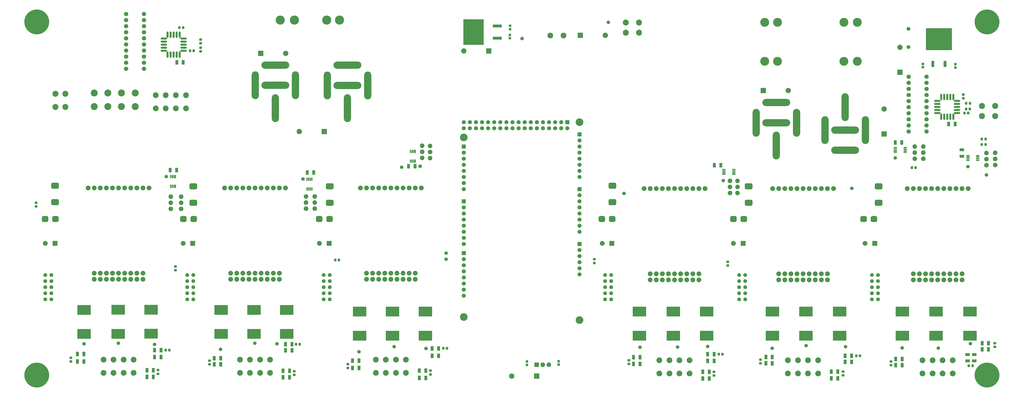
<source format=gts>
G04*
G04 #@! TF.GenerationSoftware,Altium Limited,Altium Designer,19.1.7 (138)*
G04*
G04 Layer_Color=8388736*
%FSLAX24Y24*%
%MOIN*%
G70*
G01*
G75*
G04:AMPARAMS|DCode=21|XSize=102.5mil|YSize=126.1mil|CornerRadius=27.6mil|HoleSize=0mil|Usage=FLASHONLY|Rotation=90.000|XOffset=0mil|YOffset=0mil|HoleType=Round|Shape=RoundedRectangle|*
%AMROUNDEDRECTD21*
21,1,0.1025,0.0709,0,0,90.0*
21,1,0.0472,0.1261,0,0,90.0*
1,1,0.0552,0.0354,0.0236*
1,1,0.0552,0.0354,-0.0236*
1,1,0.0552,-0.0354,-0.0236*
1,1,0.0552,-0.0354,0.0236*
%
%ADD21ROUNDEDRECTD21*%
G04:AMPARAMS|DCode=22|XSize=43.4mil|YSize=41.5mil|CornerRadius=12.4mil|HoleSize=0mil|Usage=FLASHONLY|Rotation=0.000|XOffset=0mil|YOffset=0mil|HoleType=Round|Shape=RoundedRectangle|*
%AMROUNDEDRECTD22*
21,1,0.0434,0.0167,0,0,0.0*
21,1,0.0187,0.0415,0,0,0.0*
1,1,0.0247,0.0094,-0.0084*
1,1,0.0247,-0.0094,-0.0084*
1,1,0.0247,-0.0094,0.0084*
1,1,0.0247,0.0094,0.0084*
%
%ADD22ROUNDEDRECTD22*%
%ADD23R,0.0513X0.0749*%
G04:AMPARAMS|DCode=24|XSize=43.4mil|YSize=41.5mil|CornerRadius=12.4mil|HoleSize=0mil|Usage=FLASHONLY|Rotation=90.000|XOffset=0mil|YOffset=0mil|HoleType=Round|Shape=RoundedRectangle|*
%AMROUNDEDRECTD24*
21,1,0.0434,0.0167,0,0,90.0*
21,1,0.0187,0.0415,0,0,90.0*
1,1,0.0247,0.0084,0.0094*
1,1,0.0247,0.0084,-0.0094*
1,1,0.0247,-0.0084,-0.0094*
1,1,0.0247,-0.0084,0.0094*
%
%ADD24ROUNDEDRECTD24*%
%ADD25O,0.0591X0.0199*%
%ADD26O,0.1064X0.0336*%
%ADD27O,0.0336X0.1064*%
G04:AMPARAMS|DCode=28|XSize=106.4mil|YSize=98.6mil|CornerRadius=26.6mil|HoleSize=0mil|Usage=FLASHONLY|Rotation=180.000|XOffset=0mil|YOffset=0mil|HoleType=Round|Shape=RoundedRectangle|*
%AMROUNDEDRECTD28*
21,1,0.1064,0.0453,0,0,180.0*
21,1,0.0531,0.0986,0,0,180.0*
1,1,0.0533,-0.0266,0.0226*
1,1,0.0533,0.0266,0.0226*
1,1,0.0533,0.0266,-0.0226*
1,1,0.0533,-0.0266,-0.0226*
%
%ADD28ROUNDEDRECTD28*%
%ADD29O,0.0199X0.0591*%
%ADD30R,0.1460X0.0474*%
%ADD31R,0.3379X0.4210*%
%ADD32R,0.0434X0.0395*%
%ADD33R,0.0749X0.0513*%
%ADD34R,0.2245X0.1596*%
%ADD35R,0.4273X0.3584*%
%ADD36R,0.0493X0.1025*%
%ADD37C,0.0580*%
%ADD38C,0.0631*%
%ADD39C,0.0789*%
%ADD40C,0.0710*%
%ADD41R,0.0867X0.0867*%
%ADD42C,0.0867*%
%ADD43O,0.1180X0.4580*%
%ADD44O,0.4580X0.1180*%
%ADD45R,0.0789X0.0789*%
%ADD46C,0.0986*%
%ADD47C,0.0749*%
%ADD48C,0.1143*%
%ADD49C,0.0080*%
%ADD50C,0.0946*%
%ADD51R,0.0867X0.0867*%
%ADD52C,0.1496*%
%ADD53C,0.4094*%
%ADD54C,0.1457*%
%ADD55C,0.0671*%
%ADD56R,0.0671X0.0671*%
%ADD57R,0.0671X0.0671*%
%ADD58R,0.0749X0.0749*%
%ADD59C,0.1261*%
D21*
X6000Y31050D02*
D03*
Y33750D02*
D03*
X28700Y30950D02*
D03*
Y33650D02*
D03*
X51100Y30950D02*
D03*
Y33650D02*
D03*
X119860D02*
D03*
Y30950D02*
D03*
X97500Y33750D02*
D03*
Y31050D02*
D03*
X141200Y33650D02*
D03*
Y30950D02*
D03*
D22*
X25750Y20485D02*
D03*
Y19875D02*
D03*
X29900Y57135D02*
D03*
Y57745D02*
D03*
Y55805D02*
D03*
Y56415D02*
D03*
X155090Y48105D02*
D03*
Y48715D02*
D03*
X2870Y30955D02*
D03*
Y30345D02*
D03*
X143210Y4895D02*
D03*
Y4285D02*
D03*
X160240Y7270D02*
D03*
Y7880D02*
D03*
X121800Y5185D02*
D03*
Y4575D02*
D03*
X135340Y2605D02*
D03*
Y3215D02*
D03*
X100170Y5085D02*
D03*
Y4475D02*
D03*
X114140Y2585D02*
D03*
Y3195D02*
D03*
X116430Y21255D02*
D03*
Y20645D02*
D03*
X94521Y21675D02*
D03*
Y21065D02*
D03*
X54040Y4435D02*
D03*
Y3825D02*
D03*
X67630Y2765D02*
D03*
Y3375D02*
D03*
X31340Y5025D02*
D03*
Y4415D02*
D03*
X45250Y2685D02*
D03*
Y3295D02*
D03*
X8590Y5495D02*
D03*
Y4885D02*
D03*
X22900Y2860D02*
D03*
Y3470D02*
D03*
D23*
X9649Y4890D02*
D03*
X10711D02*
D03*
X22132Y2360D02*
D03*
X21068D02*
D03*
X22132Y3460D02*
D03*
X21068D02*
D03*
X27032Y54030D02*
D03*
X25968D02*
D03*
X153751Y43870D02*
D03*
X152689D02*
D03*
X144972Y40850D02*
D03*
X143909D02*
D03*
X48451Y35930D02*
D03*
X47389D02*
D03*
X143979Y4290D02*
D03*
X145042D02*
D03*
X143979Y5290D02*
D03*
X145042D02*
D03*
X159232Y7900D02*
D03*
X158168D02*
D03*
X159232Y6900D02*
D03*
X158168D02*
D03*
X122669Y4580D02*
D03*
X123731D02*
D03*
X122669Y5630D02*
D03*
X123731D02*
D03*
X134472Y3228D02*
D03*
X133408D02*
D03*
X134472Y2110D02*
D03*
X133408D02*
D03*
X136742Y5830D02*
D03*
X135679D02*
D03*
X136742Y4830D02*
D03*
X135679D02*
D03*
X100939Y4480D02*
D03*
X102001D02*
D03*
X100939Y5580D02*
D03*
X102001D02*
D03*
X113371Y3190D02*
D03*
X112309D02*
D03*
X113371Y2090D02*
D03*
X112309D02*
D03*
X114181Y6080D02*
D03*
X113118D02*
D03*
X114181Y4980D02*
D03*
X113118D02*
D03*
X115281Y37120D02*
D03*
X114219D02*
D03*
X54809Y3830D02*
D03*
X55872D02*
D03*
X54809Y5030D02*
D03*
X55872D02*
D03*
X66862Y3370D02*
D03*
X65799D02*
D03*
X66862Y2170D02*
D03*
X65799D02*
D03*
X68952Y5810D02*
D03*
X67888D02*
D03*
X68952Y7010D02*
D03*
X67888D02*
D03*
X32109Y4420D02*
D03*
X33172D02*
D03*
X32109Y5420D02*
D03*
X33172D02*
D03*
X44482Y3340D02*
D03*
X43418D02*
D03*
X44482Y2290D02*
D03*
X43418D02*
D03*
X44892Y7730D02*
D03*
X43829D02*
D03*
X44892Y6730D02*
D03*
X43829D02*
D03*
X23372Y6760D02*
D03*
X22308D02*
D03*
X23372Y5610D02*
D03*
X22308D02*
D03*
X64008Y36950D02*
D03*
X65072D02*
D03*
X24899Y36330D02*
D03*
X25961D02*
D03*
X10711Y6110D02*
D03*
X9649D02*
D03*
D24*
X158735Y41430D02*
D03*
X158125D02*
D03*
X158735Y40510D02*
D03*
X158125D02*
D03*
X27005Y59710D02*
D03*
X26395D02*
D03*
X28145Y55930D02*
D03*
X28755D02*
D03*
X155285Y45690D02*
D03*
X155895D02*
D03*
X155565Y47280D02*
D03*
X156175D02*
D03*
X156160Y46340D02*
D03*
X155550D02*
D03*
X52600Y21556D02*
D03*
X51989D02*
D03*
X146635Y36710D02*
D03*
X147245D02*
D03*
X155995Y4200D02*
D03*
X156605D02*
D03*
X138115Y5830D02*
D03*
X137505D02*
D03*
X115555Y6080D02*
D03*
X114945D02*
D03*
X70325Y7040D02*
D03*
X69715D02*
D03*
X46165Y7730D02*
D03*
X45555D02*
D03*
X24745Y6760D02*
D03*
X24135D02*
D03*
D25*
X145547Y39236D02*
D03*
Y39492D02*
D03*
Y39748D02*
D03*
Y40004D02*
D03*
X143933Y39236D02*
D03*
Y39492D02*
D03*
Y39748D02*
D03*
Y40004D02*
D03*
X117407Y35636D02*
D03*
Y35892D02*
D03*
Y36148D02*
D03*
Y36404D02*
D03*
X115793Y35636D02*
D03*
Y35892D02*
D03*
Y36148D02*
D03*
Y36404D02*
D03*
X157467Y37926D02*
D03*
Y38182D02*
D03*
Y38438D02*
D03*
Y38694D02*
D03*
X155853Y37926D02*
D03*
Y38182D02*
D03*
Y38438D02*
D03*
Y38694D02*
D03*
D26*
X154064Y45700D02*
D03*
Y46200D02*
D03*
Y46700D02*
D03*
Y47200D02*
D03*
Y47700D02*
D03*
X150816D02*
D03*
Y47200D02*
D03*
Y46700D02*
D03*
Y46200D02*
D03*
Y45700D02*
D03*
X27084Y55920D02*
D03*
Y56420D02*
D03*
Y56920D02*
D03*
Y57420D02*
D03*
Y57920D02*
D03*
X23836D02*
D03*
Y57420D02*
D03*
Y56920D02*
D03*
Y56420D02*
D03*
Y55920D02*
D03*
D27*
X153440Y48324D02*
D03*
X152940D02*
D03*
X152440D02*
D03*
X151940D02*
D03*
X151440D02*
D03*
Y45076D02*
D03*
X151940D02*
D03*
X152440D02*
D03*
X152940D02*
D03*
X153440D02*
D03*
X26460Y58544D02*
D03*
X25960D02*
D03*
X25460D02*
D03*
X24960D02*
D03*
X24460D02*
D03*
Y55296D02*
D03*
X24960D02*
D03*
X25460D02*
D03*
X25960D02*
D03*
X26460D02*
D03*
D28*
X119046Y28300D02*
D03*
X117354D02*
D03*
X28746D02*
D03*
X27054D02*
D03*
X51046D02*
D03*
X49354D02*
D03*
X138714D02*
D03*
X140406D02*
D03*
X95754D02*
D03*
X97446D02*
D03*
X4354D02*
D03*
X6046D02*
D03*
D29*
X48134Y34827D02*
D03*
X47878D02*
D03*
X47622D02*
D03*
X47366D02*
D03*
X48134Y33213D02*
D03*
X47878D02*
D03*
X47622D02*
D03*
X47366D02*
D03*
X24996Y33653D02*
D03*
X25252D02*
D03*
X25508D02*
D03*
X25764D02*
D03*
X24996Y35267D02*
D03*
X25252D02*
D03*
X25508D02*
D03*
X25764D02*
D03*
X64356Y37773D02*
D03*
X64612D02*
D03*
X64868D02*
D03*
X65124D02*
D03*
X64356Y39387D02*
D03*
X64612D02*
D03*
X64868D02*
D03*
X65124D02*
D03*
D30*
X78592Y57990D02*
D03*
Y59990D02*
D03*
D31*
X74674Y58990D02*
D03*
D32*
X80680Y59454D02*
D03*
Y60006D02*
D03*
X80660Y58526D02*
D03*
Y57974D02*
D03*
X153770Y53164D02*
D03*
Y53716D02*
D03*
X148450Y53204D02*
D03*
Y53756D02*
D03*
X88650Y4926D02*
D03*
Y4374D02*
D03*
X83440Y4876D02*
D03*
Y4324D02*
D03*
D33*
X154860Y39641D02*
D03*
Y38579D02*
D03*
X156900Y4969D02*
D03*
Y6032D02*
D03*
X155800Y4969D02*
D03*
Y6032D02*
D03*
D34*
X10740Y9402D02*
D03*
Y13339D02*
D03*
X16350Y13369D02*
D03*
Y9431D02*
D03*
X21750Y9452D02*
D03*
Y13389D02*
D03*
X33260Y13339D02*
D03*
Y9402D02*
D03*
X38640D02*
D03*
Y13339D02*
D03*
X44030Y13348D02*
D03*
Y9412D02*
D03*
X55970Y9132D02*
D03*
Y13068D02*
D03*
X61400D02*
D03*
Y9132D02*
D03*
X66770D02*
D03*
Y13068D02*
D03*
X101930D02*
D03*
Y9132D02*
D03*
X107500D02*
D03*
Y13068D02*
D03*
X112940D02*
D03*
Y9132D02*
D03*
X123750D02*
D03*
Y13068D02*
D03*
X129250D02*
D03*
Y9132D02*
D03*
X134800D02*
D03*
Y13068D02*
D03*
X145070D02*
D03*
Y9132D02*
D03*
X150625D02*
D03*
Y13068D02*
D03*
X156200D02*
D03*
Y9132D02*
D03*
D35*
X151090Y57828D02*
D03*
D36*
X152090Y53753D02*
D03*
X150090D02*
D03*
D37*
X145060Y7110D02*
D03*
X155850Y36870D02*
D03*
X158890Y35520D02*
D03*
X150990Y7090D02*
D03*
X156250Y7820D02*
D03*
X123710Y7050D02*
D03*
X143910Y38320D02*
D03*
X136770Y33310D02*
D03*
X129300Y7500D02*
D03*
X135740Y7310D02*
D03*
X102010Y7210D02*
D03*
X115670Y34580D02*
D03*
X99400Y32500D02*
D03*
X108180Y7260D02*
D03*
X113120Y7340D02*
D03*
X55880Y6470D02*
D03*
X65920Y36940D02*
D03*
X62870Y36790D02*
D03*
X61660Y7310D02*
D03*
X66880Y7020D02*
D03*
X33150Y6880D02*
D03*
X46690Y34840D02*
D03*
X70170Y21680D02*
D03*
X38800Y7900D02*
D03*
X42410Y7800D02*
D03*
X10740Y7770D02*
D03*
X24240Y35250D02*
D03*
X70200Y22700D02*
D03*
X16400Y7900D02*
D03*
X22310Y7690D02*
D03*
X96820Y60570D02*
D03*
X82638Y57930D02*
D03*
D38*
X50100Y19100D02*
D03*
Y18100D02*
D03*
Y17100D02*
D03*
Y16100D02*
D03*
Y15100D02*
D03*
X51100D02*
D03*
Y16100D02*
D03*
Y17100D02*
D03*
Y18100D02*
D03*
Y19100D02*
D03*
X27700D02*
D03*
Y18100D02*
D03*
Y17100D02*
D03*
Y16100D02*
D03*
Y15100D02*
D03*
X28700D02*
D03*
Y16100D02*
D03*
Y17100D02*
D03*
Y18100D02*
D03*
Y19100D02*
D03*
X146100Y59510D02*
D03*
Y56510D02*
D03*
X118300Y19100D02*
D03*
Y18100D02*
D03*
Y17100D02*
D03*
Y16100D02*
D03*
Y15100D02*
D03*
X119300D02*
D03*
Y16100D02*
D03*
Y17100D02*
D03*
Y18100D02*
D03*
Y19100D02*
D03*
X96300D02*
D03*
Y18100D02*
D03*
Y17100D02*
D03*
Y16100D02*
D03*
Y15100D02*
D03*
X97300D02*
D03*
Y16100D02*
D03*
Y17100D02*
D03*
Y18100D02*
D03*
Y19100D02*
D03*
X141100D02*
D03*
Y18100D02*
D03*
Y17100D02*
D03*
Y16100D02*
D03*
Y15100D02*
D03*
X140100D02*
D03*
Y16100D02*
D03*
Y17100D02*
D03*
Y18100D02*
D03*
Y19100D02*
D03*
X5400D02*
D03*
Y18100D02*
D03*
Y17100D02*
D03*
Y16100D02*
D03*
Y15100D02*
D03*
X4400D02*
D03*
Y16100D02*
D03*
Y17100D02*
D03*
Y18100D02*
D03*
Y19100D02*
D03*
D39*
X21418Y33400D02*
D03*
X20418D02*
D03*
X19418D02*
D03*
X11418D02*
D03*
X12418D02*
D03*
X13418D02*
D03*
X14418D02*
D03*
X15418D02*
D03*
X16418D02*
D03*
X17418D02*
D03*
X18418D02*
D03*
X20418Y19400D02*
D03*
Y18400D02*
D03*
X19418Y19400D02*
D03*
Y18400D02*
D03*
X18418Y19400D02*
D03*
Y18400D02*
D03*
X17418Y19400D02*
D03*
Y18400D02*
D03*
X16418Y19400D02*
D03*
Y18400D02*
D03*
X15418Y19400D02*
D03*
Y18400D02*
D03*
X14418Y19400D02*
D03*
Y18400D02*
D03*
X13418Y19400D02*
D03*
Y18400D02*
D03*
X12418Y19400D02*
D03*
Y18400D02*
D03*
X34818D02*
D03*
Y19400D02*
D03*
X35818Y18400D02*
D03*
Y19400D02*
D03*
X36818Y18400D02*
D03*
Y19400D02*
D03*
X37818Y18400D02*
D03*
Y19400D02*
D03*
X38818Y18400D02*
D03*
Y19400D02*
D03*
X39818Y18400D02*
D03*
Y19400D02*
D03*
X40818Y18400D02*
D03*
Y19400D02*
D03*
X41818Y18400D02*
D03*
Y19400D02*
D03*
X42818Y18400D02*
D03*
Y19400D02*
D03*
X40818Y33400D02*
D03*
X39818D02*
D03*
X38818D02*
D03*
X37818D02*
D03*
X36818D02*
D03*
X35818D02*
D03*
X34818D02*
D03*
X33818D02*
D03*
X41818D02*
D03*
X42818D02*
D03*
X43818D02*
D03*
X66118D02*
D03*
X65118D02*
D03*
X64118D02*
D03*
X56118D02*
D03*
X57118D02*
D03*
X58118D02*
D03*
X59118D02*
D03*
X60118D02*
D03*
X61118D02*
D03*
X62118D02*
D03*
X63118D02*
D03*
X65118Y19400D02*
D03*
Y18400D02*
D03*
X64118Y19400D02*
D03*
Y18400D02*
D03*
X63118Y19400D02*
D03*
Y18400D02*
D03*
X62118Y19400D02*
D03*
Y18400D02*
D03*
X61118Y19400D02*
D03*
Y18400D02*
D03*
X60118Y19400D02*
D03*
Y18400D02*
D03*
X59118Y19400D02*
D03*
Y18400D02*
D03*
X58118Y19400D02*
D03*
Y18400D02*
D03*
X57118Y19400D02*
D03*
Y18400D02*
D03*
X103668Y18300D02*
D03*
Y19300D02*
D03*
X104668Y18300D02*
D03*
Y19300D02*
D03*
X105668Y18300D02*
D03*
Y19300D02*
D03*
X106668Y18300D02*
D03*
Y19300D02*
D03*
X107668Y18300D02*
D03*
Y19300D02*
D03*
X108668Y18300D02*
D03*
Y19300D02*
D03*
X109668Y18300D02*
D03*
Y19300D02*
D03*
X110668Y18300D02*
D03*
Y19300D02*
D03*
X111668Y18300D02*
D03*
Y19300D02*
D03*
X109668Y33300D02*
D03*
X108668D02*
D03*
X107668D02*
D03*
X106668D02*
D03*
X105668D02*
D03*
X104668D02*
D03*
X103668D02*
D03*
X102668D02*
D03*
X110668D02*
D03*
X111668D02*
D03*
X112668D02*
D03*
X133768D02*
D03*
X132768D02*
D03*
X131768D02*
D03*
X123768D02*
D03*
X124768D02*
D03*
X125768D02*
D03*
X126768D02*
D03*
X127768D02*
D03*
X128768D02*
D03*
X129768D02*
D03*
X130768D02*
D03*
X132768Y19300D02*
D03*
Y18300D02*
D03*
X131768Y19300D02*
D03*
Y18300D02*
D03*
X130768Y19300D02*
D03*
Y18300D02*
D03*
X129768Y19300D02*
D03*
Y18300D02*
D03*
X128768Y19300D02*
D03*
Y18300D02*
D03*
X127768Y19300D02*
D03*
Y18300D02*
D03*
X126768Y19300D02*
D03*
Y18300D02*
D03*
X125768Y19300D02*
D03*
Y18300D02*
D03*
X124768Y19300D02*
D03*
Y18300D02*
D03*
X146868D02*
D03*
Y19300D02*
D03*
X147868Y18300D02*
D03*
Y19300D02*
D03*
X148868Y18300D02*
D03*
Y19300D02*
D03*
X149868Y18300D02*
D03*
Y19300D02*
D03*
X150868Y18300D02*
D03*
Y19300D02*
D03*
X151868Y18300D02*
D03*
Y19300D02*
D03*
X152868Y18300D02*
D03*
Y19300D02*
D03*
X153868Y18300D02*
D03*
Y19300D02*
D03*
X154868Y18300D02*
D03*
Y19300D02*
D03*
X152868Y33300D02*
D03*
X151868D02*
D03*
X150868D02*
D03*
X149868D02*
D03*
X148868D02*
D03*
X147868D02*
D03*
X146868D02*
D03*
X145868D02*
D03*
X153868D02*
D03*
X154868D02*
D03*
X155868D02*
D03*
X117363Y24300D02*
D03*
X49400D02*
D03*
X27013D02*
D03*
X95813D02*
D03*
X4400D02*
D03*
X138963D02*
D03*
D40*
X17645Y61950D02*
D03*
Y60950D02*
D03*
Y59950D02*
D03*
Y58950D02*
D03*
Y57950D02*
D03*
Y56950D02*
D03*
Y55950D02*
D03*
Y54950D02*
D03*
Y53950D02*
D03*
Y52950D02*
D03*
X20595Y61950D02*
D03*
Y60950D02*
D03*
Y59950D02*
D03*
Y58950D02*
D03*
Y57950D02*
D03*
Y56950D02*
D03*
Y55950D02*
D03*
Y54950D02*
D03*
Y53950D02*
D03*
Y52950D02*
D03*
X146115Y51640D02*
D03*
Y50640D02*
D03*
Y49640D02*
D03*
Y48640D02*
D03*
Y47640D02*
D03*
Y46640D02*
D03*
Y45640D02*
D03*
Y44640D02*
D03*
Y43640D02*
D03*
Y42640D02*
D03*
X149065Y51640D02*
D03*
Y50640D02*
D03*
Y49640D02*
D03*
Y48640D02*
D03*
Y47640D02*
D03*
Y46640D02*
D03*
Y45640D02*
D03*
Y44640D02*
D03*
Y43640D02*
D03*
Y42640D02*
D03*
D41*
X142100Y42241D02*
D03*
X144690Y52381D02*
D03*
D42*
X142100Y46359D02*
D03*
X73071Y55890D02*
D03*
X96329Y58460D02*
D03*
X126359Y49400D02*
D03*
X144690Y56499D02*
D03*
X46081Y42640D02*
D03*
X80941Y2480D02*
D03*
X43859Y55500D02*
D03*
D43*
X121090Y44100D02*
D03*
X127710D02*
D03*
X124400Y40360D02*
D03*
X135700Y46640D02*
D03*
X132390Y42900D02*
D03*
X139010D02*
D03*
X38845Y50240D02*
D03*
X45465D02*
D03*
X42155Y46500D02*
D03*
X54000Y46493D02*
D03*
X57310Y50233D02*
D03*
X50690D02*
D03*
D44*
X124400Y47410D02*
D03*
Y44100D02*
D03*
X135700Y42900D02*
D03*
Y39590D02*
D03*
X42155Y53550D02*
D03*
Y50240D02*
D03*
X54000Y50233D02*
D03*
Y53543D02*
D03*
D45*
X118937Y24300D02*
D03*
X50975D02*
D03*
X28587D02*
D03*
X97387D02*
D03*
X5975D02*
D03*
X140537D02*
D03*
D46*
X6046Y48835D02*
D03*
X7700D02*
D03*
Y46670D02*
D03*
X6046D02*
D03*
X99700Y60554D02*
D03*
Y58900D02*
D03*
X101865D02*
D03*
Y60554D02*
D03*
X160325Y46850D02*
D03*
Y45196D02*
D03*
X158160D02*
D03*
Y46850D02*
D03*
D47*
X26700Y29960D02*
D03*
Y30960D02*
D03*
Y31960D02*
D03*
X24980Y31950D02*
D03*
Y30950D02*
D03*
Y29950D02*
D03*
X160310Y39140D02*
D03*
Y38140D02*
D03*
Y37140D02*
D03*
X158880Y37130D02*
D03*
Y38130D02*
D03*
Y39130D02*
D03*
X148510Y40180D02*
D03*
Y39180D02*
D03*
Y38180D02*
D03*
X147110D02*
D03*
Y39180D02*
D03*
Y40180D02*
D03*
X116780Y32560D02*
D03*
Y33560D02*
D03*
Y34560D02*
D03*
X118010D02*
D03*
Y33560D02*
D03*
Y32560D02*
D03*
X48620Y32000D02*
D03*
Y31000D02*
D03*
Y30000D02*
D03*
X47190D02*
D03*
Y31000D02*
D03*
Y32000D02*
D03*
X67540Y38300D02*
D03*
Y39300D02*
D03*
Y40300D02*
D03*
X66240Y40310D02*
D03*
Y39310D02*
D03*
Y38310D02*
D03*
X87040Y4340D02*
D03*
X86040D02*
D03*
D48*
X19134Y46746D02*
D03*
X16890D02*
D03*
X14646Y46756D02*
D03*
X14646Y48990D02*
D03*
X16890D02*
D03*
X19134D02*
D03*
X12402Y46756D02*
D03*
Y48990D02*
D03*
D49*
X20110Y45655D02*
D03*
D50*
X22510Y48623D02*
D03*
X24163D02*
D03*
X25817D02*
D03*
X27470D02*
D03*
Y46457D02*
D03*
X25817D02*
D03*
X24163D02*
D03*
X22510D02*
D03*
X87275Y58426D02*
D03*
X89440D02*
D03*
X148388Y5083D02*
D03*
X150042D02*
D03*
X151695D02*
D03*
X153349D02*
D03*
Y2917D02*
D03*
X151695D02*
D03*
X150042D02*
D03*
X148388D02*
D03*
X105188Y5083D02*
D03*
X106842D02*
D03*
X108495D02*
D03*
X110149D02*
D03*
Y2917D02*
D03*
X108495D02*
D03*
X106842D02*
D03*
X105188D02*
D03*
X58638Y5183D02*
D03*
X60292D02*
D03*
X61945D02*
D03*
X63599D02*
D03*
Y3017D02*
D03*
X61945D02*
D03*
X60292D02*
D03*
X58638D02*
D03*
X36338Y5183D02*
D03*
X37992D02*
D03*
X39645D02*
D03*
X41299D02*
D03*
Y3017D02*
D03*
X39645D02*
D03*
X37992D02*
D03*
X36338D02*
D03*
X13938Y5183D02*
D03*
X15592D02*
D03*
X17245D02*
D03*
X18899D02*
D03*
Y3017D02*
D03*
X17245D02*
D03*
X15592D02*
D03*
X13938D02*
D03*
X126288Y2917D02*
D03*
X127942D02*
D03*
X129595D02*
D03*
X131249D02*
D03*
Y5083D02*
D03*
X129595D02*
D03*
X127942D02*
D03*
X126288D02*
D03*
D51*
X77189Y55890D02*
D03*
X92211Y58460D02*
D03*
X122241Y49400D02*
D03*
X50199Y42640D02*
D03*
X85059Y2480D02*
D03*
X39741Y55500D02*
D03*
D52*
X45287Y60965D02*
D03*
X42953D02*
D03*
X50582D02*
D03*
X52677D02*
D03*
D53*
X3000Y60650D02*
D03*
Y2650D02*
D03*
X159000Y60650D02*
D03*
Y2650D02*
D03*
D54*
X135495Y54200D02*
D03*
X124587D02*
D03*
X137677D02*
D03*
X122494D02*
D03*
X137677Y60600D02*
D03*
X122494Y60600D02*
D03*
X135495Y60600D02*
D03*
X124587Y60600D02*
D03*
D55*
X73100Y43200D02*
D03*
Y44200D02*
D03*
X74100Y43200D02*
D03*
Y44200D02*
D03*
X75100Y43200D02*
D03*
Y44200D02*
D03*
X76100Y43200D02*
D03*
Y44200D02*
D03*
X77100Y43200D02*
D03*
Y44200D02*
D03*
X78100Y43200D02*
D03*
Y44200D02*
D03*
X79100Y43200D02*
D03*
Y44200D02*
D03*
X80100Y43200D02*
D03*
Y44200D02*
D03*
X81100Y43200D02*
D03*
Y44200D02*
D03*
X82100Y43200D02*
D03*
Y44200D02*
D03*
X83100Y43200D02*
D03*
Y44200D02*
D03*
X84100Y43200D02*
D03*
Y44200D02*
D03*
X85100Y43200D02*
D03*
Y44200D02*
D03*
X86100Y43200D02*
D03*
Y44200D02*
D03*
X87100Y43200D02*
D03*
Y44200D02*
D03*
X88100Y43200D02*
D03*
Y44200D02*
D03*
X89100Y43200D02*
D03*
Y44200D02*
D03*
X90100Y43200D02*
D03*
X92100Y32200D02*
D03*
Y31200D02*
D03*
Y30200D02*
D03*
Y29200D02*
D03*
Y28200D02*
D03*
Y27200D02*
D03*
Y26200D02*
D03*
Y41200D02*
D03*
Y40200D02*
D03*
Y39200D02*
D03*
Y38200D02*
D03*
Y37200D02*
D03*
Y36200D02*
D03*
Y35200D02*
D03*
X73100Y21700D02*
D03*
Y20700D02*
D03*
Y19700D02*
D03*
Y18700D02*
D03*
Y17700D02*
D03*
Y16700D02*
D03*
Y15700D02*
D03*
Y30200D02*
D03*
Y29200D02*
D03*
Y28200D02*
D03*
Y27200D02*
D03*
Y26200D02*
D03*
Y25200D02*
D03*
Y24200D02*
D03*
X92100Y19200D02*
D03*
Y20200D02*
D03*
Y21200D02*
D03*
Y22200D02*
D03*
Y23200D02*
D03*
X73100Y33200D02*
D03*
Y34200D02*
D03*
Y35200D02*
D03*
Y36200D02*
D03*
Y37200D02*
D03*
Y38200D02*
D03*
Y39200D02*
D03*
D56*
X90100Y44200D02*
D03*
D57*
X92100Y33200D02*
D03*
Y42200D02*
D03*
X73100Y22700D02*
D03*
Y31200D02*
D03*
X92100Y24200D02*
D03*
X73100Y40200D02*
D03*
D58*
X85040Y4340D02*
D03*
D59*
X92100Y11700D02*
D03*
X73100Y12200D02*
D03*
Y41700D02*
D03*
X92100Y44200D02*
D03*
M02*

</source>
